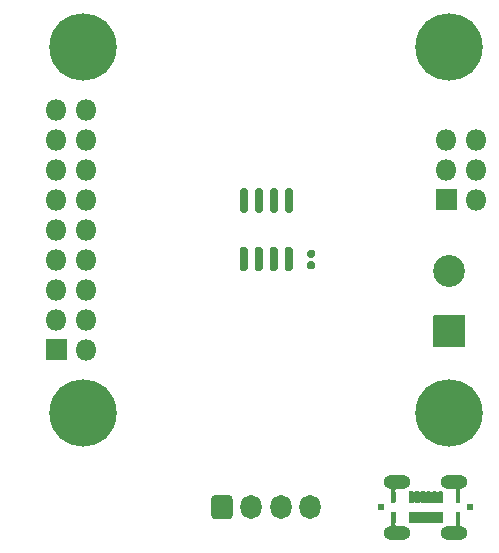
<source format=gbr>
G04 #@! TF.GenerationSoftware,KiCad,Pcbnew,6.0.5-a6ca702e91~116~ubuntu22.04.1*
G04 #@! TF.CreationDate,2022-05-26T01:26:51+02:00*
G04 #@! TF.ProjectId,driver-board,64726976-6572-42d6-926f-6172642e6b69,abc5fc4*
G04 #@! TF.SameCoordinates,Original*
G04 #@! TF.FileFunction,Soldermask,Bot*
G04 #@! TF.FilePolarity,Negative*
%FSLAX46Y46*%
G04 Gerber Fmt 4.6, Leading zero omitted, Abs format (unit mm)*
G04 Created by KiCad (PCBNEW 6.0.5-a6ca702e91~116~ubuntu22.04.1) date 2022-05-26 01:26:51*
%MOMM*%
%LPD*%
G01*
G04 APERTURE LIST*
%ADD10C,5.702000*%
%ADD11O,1.802000X1.802000*%
%ADD12O,1.802000X2.052000*%
%ADD13C,2.702000*%
%ADD14C,0.622000*%
%ADD15O,2.302000X1.202000*%
G04 APERTURE END LIST*
D10*
X34500000Y-65500000D03*
X65500000Y-34500000D03*
X65500000Y-65500000D03*
X34500000Y-34500000D03*
G36*
G01*
X33121000Y-59310000D02*
X33121000Y-61010000D01*
G75*
G02*
X33070000Y-61061000I-51000J0D01*
G01*
X31370000Y-61061000D01*
G75*
G02*
X31319000Y-61010000I0J51000D01*
G01*
X31319000Y-59310000D01*
G75*
G02*
X31370000Y-59259000I51000J0D01*
G01*
X33070000Y-59259000D01*
G75*
G02*
X33121000Y-59310000I0J-51000D01*
G01*
G37*
D11*
X34760000Y-60160000D03*
X32220000Y-57620000D03*
X34760000Y-57620000D03*
X32220000Y-55080000D03*
X34760000Y-55080000D03*
X32220000Y-52540000D03*
X34760000Y-52540000D03*
X32220000Y-50000000D03*
X34760000Y-50000000D03*
X32220000Y-47460000D03*
X34760000Y-47460000D03*
X32220000Y-44920000D03*
X34760000Y-44920000D03*
X32220000Y-42380000D03*
X34760000Y-42380000D03*
X32220000Y-39840000D03*
X34760000Y-39840000D03*
G36*
G01*
X45349000Y-74225000D02*
X45349000Y-72775000D01*
G75*
G02*
X45650000Y-72474000I301000J0D01*
G01*
X46850000Y-72474000D01*
G75*
G02*
X47151000Y-72775000I0J-301000D01*
G01*
X47151000Y-74225000D01*
G75*
G02*
X46850000Y-74526000I-301000J0D01*
G01*
X45650000Y-74526000D01*
G75*
G02*
X45349000Y-74225000I0J301000D01*
G01*
G37*
D12*
X48750000Y-73500000D03*
X51250000Y-73500000D03*
X53750000Y-73500000D03*
G36*
G01*
X66800000Y-59951000D02*
X64200000Y-59951000D01*
G75*
G02*
X64149000Y-59900000I0J51000D01*
G01*
X64149000Y-57300000D01*
G75*
G02*
X64200000Y-57249000I51000J0D01*
G01*
X66800000Y-57249000D01*
G75*
G02*
X66851000Y-57300000I0J-51000D01*
G01*
X66851000Y-59900000D01*
G75*
G02*
X66800000Y-59951000I-51000J0D01*
G01*
G37*
D13*
X65500000Y-53520000D03*
G36*
G01*
X66141000Y-46610000D02*
X66141000Y-48310000D01*
G75*
G02*
X66090000Y-48361000I-51000J0D01*
G01*
X64390000Y-48361000D01*
G75*
G02*
X64339000Y-48310000I0J51000D01*
G01*
X64339000Y-46610000D01*
G75*
G02*
X64390000Y-46559000I51000J0D01*
G01*
X66090000Y-46559000D01*
G75*
G02*
X66141000Y-46610000I0J-51000D01*
G01*
G37*
D11*
X67780000Y-47460000D03*
X65240000Y-44920000D03*
X67780000Y-44920000D03*
X65240000Y-42380000D03*
X67780000Y-42380000D03*
G36*
G01*
X53630000Y-51709000D02*
X53970000Y-51709000D01*
G75*
G02*
X54161000Y-51900000I0J-191000D01*
G01*
X54161000Y-52180000D01*
G75*
G02*
X53970000Y-52371000I-191000J0D01*
G01*
X53630000Y-52371000D01*
G75*
G02*
X53439000Y-52180000I0J191000D01*
G01*
X53439000Y-51900000D01*
G75*
G02*
X53630000Y-51709000I191000J0D01*
G01*
G37*
G36*
G01*
X53630000Y-52669000D02*
X53970000Y-52669000D01*
G75*
G02*
X54161000Y-52860000I0J-191000D01*
G01*
X54161000Y-53140000D01*
G75*
G02*
X53970000Y-53331000I-191000J0D01*
G01*
X53630000Y-53331000D01*
G75*
G02*
X53439000Y-53140000I0J191000D01*
G01*
X53439000Y-52860000D01*
G75*
G02*
X53630000Y-52669000I191000J0D01*
G01*
G37*
G36*
G01*
X52055000Y-53501000D02*
X51755000Y-53501000D01*
G75*
G02*
X51554000Y-53300000I0J201000D01*
G01*
X51554000Y-51650000D01*
G75*
G02*
X51755000Y-51449000I201000J0D01*
G01*
X52055000Y-51449000D01*
G75*
G02*
X52256000Y-51650000I0J-201000D01*
G01*
X52256000Y-53300000D01*
G75*
G02*
X52055000Y-53501000I-201000J0D01*
G01*
G37*
G36*
G01*
X50785000Y-53501000D02*
X50485000Y-53501000D01*
G75*
G02*
X50284000Y-53300000I0J201000D01*
G01*
X50284000Y-51650000D01*
G75*
G02*
X50485000Y-51449000I201000J0D01*
G01*
X50785000Y-51449000D01*
G75*
G02*
X50986000Y-51650000I0J-201000D01*
G01*
X50986000Y-53300000D01*
G75*
G02*
X50785000Y-53501000I-201000J0D01*
G01*
G37*
G36*
G01*
X49515000Y-53501000D02*
X49215000Y-53501000D01*
G75*
G02*
X49014000Y-53300000I0J201000D01*
G01*
X49014000Y-51650000D01*
G75*
G02*
X49215000Y-51449000I201000J0D01*
G01*
X49515000Y-51449000D01*
G75*
G02*
X49716000Y-51650000I0J-201000D01*
G01*
X49716000Y-53300000D01*
G75*
G02*
X49515000Y-53501000I-201000J0D01*
G01*
G37*
G36*
G01*
X48245000Y-53501000D02*
X47945000Y-53501000D01*
G75*
G02*
X47744000Y-53300000I0J201000D01*
G01*
X47744000Y-51650000D01*
G75*
G02*
X47945000Y-51449000I201000J0D01*
G01*
X48245000Y-51449000D01*
G75*
G02*
X48446000Y-51650000I0J-201000D01*
G01*
X48446000Y-53300000D01*
G75*
G02*
X48245000Y-53501000I-201000J0D01*
G01*
G37*
G36*
G01*
X48245000Y-48551000D02*
X47945000Y-48551000D01*
G75*
G02*
X47744000Y-48350000I0J201000D01*
G01*
X47744000Y-46700000D01*
G75*
G02*
X47945000Y-46499000I201000J0D01*
G01*
X48245000Y-46499000D01*
G75*
G02*
X48446000Y-46700000I0J-201000D01*
G01*
X48446000Y-48350000D01*
G75*
G02*
X48245000Y-48551000I-201000J0D01*
G01*
G37*
G36*
G01*
X49515000Y-48551000D02*
X49215000Y-48551000D01*
G75*
G02*
X49014000Y-48350000I0J201000D01*
G01*
X49014000Y-46700000D01*
G75*
G02*
X49215000Y-46499000I201000J0D01*
G01*
X49515000Y-46499000D01*
G75*
G02*
X49716000Y-46700000I0J-201000D01*
G01*
X49716000Y-48350000D01*
G75*
G02*
X49515000Y-48551000I-201000J0D01*
G01*
G37*
G36*
G01*
X50785000Y-48551000D02*
X50485000Y-48551000D01*
G75*
G02*
X50284000Y-48350000I0J201000D01*
G01*
X50284000Y-46700000D01*
G75*
G02*
X50485000Y-46499000I201000J0D01*
G01*
X50785000Y-46499000D01*
G75*
G02*
X50986000Y-46700000I0J-201000D01*
G01*
X50986000Y-48350000D01*
G75*
G02*
X50785000Y-48551000I-201000J0D01*
G01*
G37*
G36*
G01*
X52055000Y-48551000D02*
X51755000Y-48551000D01*
G75*
G02*
X51554000Y-48350000I0J201000D01*
G01*
X51554000Y-46700000D01*
G75*
G02*
X51755000Y-46499000I201000J0D01*
G01*
X52055000Y-46499000D01*
G75*
G02*
X52256000Y-46700000I0J-201000D01*
G01*
X52256000Y-48350000D01*
G75*
G02*
X52055000Y-48551000I-201000J0D01*
G01*
G37*
D14*
X67250000Y-73500000D03*
X59750000Y-73500000D03*
G36*
G01*
X66451000Y-72200000D02*
X66451000Y-73070000D01*
G75*
G02*
X66400000Y-73121000I-51000J0D01*
G01*
X66100000Y-73121000D01*
G75*
G02*
X66049000Y-73070000I0J51000D01*
G01*
X66049000Y-72200000D01*
G75*
G02*
X66100000Y-72149000I51000J0D01*
G01*
X66400000Y-72149000D01*
G75*
G02*
X66451000Y-72200000I0J-51000D01*
G01*
G37*
G36*
G01*
X64951000Y-72200000D02*
X64951000Y-73070000D01*
G75*
G02*
X64900000Y-73121000I-51000J0D01*
G01*
X64600000Y-73121000D01*
G75*
G02*
X64549000Y-73070000I0J51000D01*
G01*
X64549000Y-72200000D01*
G75*
G02*
X64600000Y-72149000I51000J0D01*
G01*
X64900000Y-72149000D01*
G75*
G02*
X64951000Y-72200000I0J-51000D01*
G01*
G37*
G36*
G01*
X64451000Y-72200000D02*
X64451000Y-73070000D01*
G75*
G02*
X64400000Y-73121000I-51000J0D01*
G01*
X64100000Y-73121000D01*
G75*
G02*
X64049000Y-73070000I0J51000D01*
G01*
X64049000Y-72200000D01*
G75*
G02*
X64100000Y-72149000I51000J0D01*
G01*
X64400000Y-72149000D01*
G75*
G02*
X64451000Y-72200000I0J-51000D01*
G01*
G37*
G36*
G01*
X63951000Y-72200000D02*
X63951000Y-73070000D01*
G75*
G02*
X63900000Y-73121000I-51000J0D01*
G01*
X63600000Y-73121000D01*
G75*
G02*
X63549000Y-73070000I0J51000D01*
G01*
X63549000Y-72200000D01*
G75*
G02*
X63600000Y-72149000I51000J0D01*
G01*
X63900000Y-72149000D01*
G75*
G02*
X63951000Y-72200000I0J-51000D01*
G01*
G37*
G36*
G01*
X63451000Y-72200000D02*
X63451000Y-73070000D01*
G75*
G02*
X63400000Y-73121000I-51000J0D01*
G01*
X63100000Y-73121000D01*
G75*
G02*
X63049000Y-73070000I0J51000D01*
G01*
X63049000Y-72200000D01*
G75*
G02*
X63100000Y-72149000I51000J0D01*
G01*
X63400000Y-72149000D01*
G75*
G02*
X63451000Y-72200000I0J-51000D01*
G01*
G37*
G36*
G01*
X62951000Y-72200000D02*
X62951000Y-73070000D01*
G75*
G02*
X62900000Y-73121000I-51000J0D01*
G01*
X62600000Y-73121000D01*
G75*
G02*
X62549000Y-73070000I0J51000D01*
G01*
X62549000Y-72200000D01*
G75*
G02*
X62600000Y-72149000I51000J0D01*
G01*
X62900000Y-72149000D01*
G75*
G02*
X62951000Y-72200000I0J-51000D01*
G01*
G37*
G36*
G01*
X62451000Y-72200000D02*
X62451000Y-73070000D01*
G75*
G02*
X62400000Y-73121000I-51000J0D01*
G01*
X62100000Y-73121000D01*
G75*
G02*
X62049000Y-73070000I0J51000D01*
G01*
X62049000Y-72200000D01*
G75*
G02*
X62100000Y-72149000I51000J0D01*
G01*
X62400000Y-72149000D01*
G75*
G02*
X62451000Y-72200000I0J-51000D01*
G01*
G37*
G36*
G01*
X60951000Y-72200000D02*
X60951000Y-73070000D01*
G75*
G02*
X60900000Y-73121000I-51000J0D01*
G01*
X60600000Y-73121000D01*
G75*
G02*
X60549000Y-73070000I0J51000D01*
G01*
X60549000Y-72200000D01*
G75*
G02*
X60600000Y-72149000I51000J0D01*
G01*
X60900000Y-72149000D01*
G75*
G02*
X60951000Y-72200000I0J-51000D01*
G01*
G37*
G36*
G01*
X60951000Y-73930000D02*
X60951000Y-74800000D01*
G75*
G02*
X60900000Y-74851000I-51000J0D01*
G01*
X60600000Y-74851000D01*
G75*
G02*
X60549000Y-74800000I0J51000D01*
G01*
X60549000Y-73930000D01*
G75*
G02*
X60600000Y-73879000I51000J0D01*
G01*
X60900000Y-73879000D01*
G75*
G02*
X60951000Y-73930000I0J-51000D01*
G01*
G37*
G36*
G01*
X62451000Y-73930000D02*
X62451000Y-74800000D01*
G75*
G02*
X62400000Y-74851000I-51000J0D01*
G01*
X62100000Y-74851000D01*
G75*
G02*
X62049000Y-74800000I0J51000D01*
G01*
X62049000Y-73930000D01*
G75*
G02*
X62100000Y-73879000I51000J0D01*
G01*
X62400000Y-73879000D01*
G75*
G02*
X62451000Y-73930000I0J-51000D01*
G01*
G37*
G36*
G01*
X62951000Y-73930000D02*
X62951000Y-74800000D01*
G75*
G02*
X62900000Y-74851000I-51000J0D01*
G01*
X62600000Y-74851000D01*
G75*
G02*
X62549000Y-74800000I0J51000D01*
G01*
X62549000Y-73930000D01*
G75*
G02*
X62600000Y-73879000I51000J0D01*
G01*
X62900000Y-73879000D01*
G75*
G02*
X62951000Y-73930000I0J-51000D01*
G01*
G37*
G36*
G01*
X63451000Y-73930000D02*
X63451000Y-74800000D01*
G75*
G02*
X63400000Y-74851000I-51000J0D01*
G01*
X63100000Y-74851000D01*
G75*
G02*
X63049000Y-74800000I0J51000D01*
G01*
X63049000Y-73930000D01*
G75*
G02*
X63100000Y-73879000I51000J0D01*
G01*
X63400000Y-73879000D01*
G75*
G02*
X63451000Y-73930000I0J-51000D01*
G01*
G37*
G36*
G01*
X63951000Y-73930000D02*
X63951000Y-74800000D01*
G75*
G02*
X63900000Y-74851000I-51000J0D01*
G01*
X63600000Y-74851000D01*
G75*
G02*
X63549000Y-74800000I0J51000D01*
G01*
X63549000Y-73930000D01*
G75*
G02*
X63600000Y-73879000I51000J0D01*
G01*
X63900000Y-73879000D01*
G75*
G02*
X63951000Y-73930000I0J-51000D01*
G01*
G37*
G36*
G01*
X64451000Y-73930000D02*
X64451000Y-74800000D01*
G75*
G02*
X64400000Y-74851000I-51000J0D01*
G01*
X64100000Y-74851000D01*
G75*
G02*
X64049000Y-74800000I0J51000D01*
G01*
X64049000Y-73930000D01*
G75*
G02*
X64100000Y-73879000I51000J0D01*
G01*
X64400000Y-73879000D01*
G75*
G02*
X64451000Y-73930000I0J-51000D01*
G01*
G37*
G36*
G01*
X64951000Y-73930000D02*
X64951000Y-74800000D01*
G75*
G02*
X64900000Y-74851000I-51000J0D01*
G01*
X64600000Y-74851000D01*
G75*
G02*
X64549000Y-74800000I0J51000D01*
G01*
X64549000Y-73930000D01*
G75*
G02*
X64600000Y-73879000I51000J0D01*
G01*
X64900000Y-73879000D01*
G75*
G02*
X64951000Y-73930000I0J-51000D01*
G01*
G37*
G36*
G01*
X66451000Y-73930000D02*
X66451000Y-74800000D01*
G75*
G02*
X66400000Y-74851000I-51000J0D01*
G01*
X66100000Y-74851000D01*
G75*
G02*
X66049000Y-74800000I0J51000D01*
G01*
X66049000Y-73930000D01*
G75*
G02*
X66100000Y-73879000I51000J0D01*
G01*
X66400000Y-73879000D01*
G75*
G02*
X66451000Y-73930000I0J-51000D01*
G01*
G37*
D15*
X65900000Y-71350000D03*
X65900000Y-75650000D03*
X61100000Y-71350000D03*
X61100000Y-75650000D03*
G36*
X66070267Y-74837886D02*
G01*
X66081262Y-74845233D01*
X66100199Y-74849000D01*
X66399801Y-74849000D01*
X66418738Y-74845233D01*
X66429733Y-74837886D01*
X66431729Y-74837755D01*
X66432840Y-74839418D01*
X66432507Y-74840660D01*
X66423291Y-74854452D01*
X66423645Y-74854689D01*
X66424530Y-74856483D01*
X66424069Y-74857635D01*
X66406041Y-74879206D01*
X66397407Y-74947921D01*
X66427295Y-75010398D01*
X66486383Y-75046901D01*
X66511226Y-75051035D01*
X66520983Y-75051640D01*
X66521334Y-75051693D01*
X66562849Y-75061852D01*
X66564294Y-75063235D01*
X66563819Y-75065178D01*
X66562113Y-75065778D01*
X66449868Y-75051000D01*
X65975250Y-75051000D01*
X65973518Y-75050000D01*
X65973518Y-75048000D01*
X65974687Y-75047081D01*
X66041702Y-75027404D01*
X66087057Y-74975061D01*
X66096923Y-74906442D01*
X66077394Y-74855478D01*
X66067493Y-74840660D01*
X66067362Y-74838664D01*
X66069025Y-74837553D01*
X66070267Y-74837886D01*
G37*
G36*
X60932840Y-74839418D02*
G01*
X60932507Y-74840660D01*
X60922641Y-74855426D01*
X60901855Y-74921807D01*
X60920178Y-74988597D01*
X60971752Y-75034924D01*
X61025193Y-75047050D01*
X61026660Y-75048408D01*
X61026218Y-75050358D01*
X61024750Y-75051000D01*
X60550132Y-75051000D01*
X60501119Y-75057453D01*
X60499271Y-75056688D01*
X60499010Y-75054705D01*
X60500076Y-75053629D01*
X60564018Y-75026469D01*
X60603006Y-74969227D01*
X60604857Y-74899994D01*
X60569862Y-74842200D01*
X60569820Y-74840200D01*
X60571531Y-74839164D01*
X60572684Y-74839501D01*
X60581262Y-74845233D01*
X60600199Y-74849000D01*
X60899801Y-74849000D01*
X60918738Y-74845233D01*
X60929733Y-74837886D01*
X60931729Y-74837755D01*
X60932840Y-74839418D01*
G37*
G36*
X64064633Y-73893517D02*
G01*
X64065197Y-73895436D01*
X64064916Y-73896075D01*
X64054767Y-73911263D01*
X64051000Y-73930199D01*
X64051000Y-74799801D01*
X64054767Y-74818738D01*
X64064814Y-74833773D01*
X64064945Y-74835768D01*
X64063282Y-74836880D01*
X64062553Y-74836793D01*
X64002212Y-74817898D01*
X63937310Y-74836955D01*
X63935367Y-74836483D01*
X63934803Y-74834564D01*
X63935084Y-74833925D01*
X63945233Y-74818737D01*
X63949000Y-74799801D01*
X63949000Y-73930199D01*
X63945233Y-73911262D01*
X63935186Y-73896227D01*
X63935055Y-73894232D01*
X63936718Y-73893120D01*
X63937447Y-73893207D01*
X63997788Y-73912102D01*
X64062690Y-73893045D01*
X64064633Y-73893517D01*
G37*
G36*
X64564633Y-73893517D02*
G01*
X64565197Y-73895436D01*
X64564916Y-73896075D01*
X64554767Y-73911263D01*
X64551000Y-73930199D01*
X64551000Y-74799801D01*
X64554767Y-74818738D01*
X64564814Y-74833773D01*
X64564945Y-74835768D01*
X64563282Y-74836880D01*
X64562553Y-74836793D01*
X64502212Y-74817898D01*
X64437310Y-74836955D01*
X64435367Y-74836483D01*
X64434803Y-74834564D01*
X64435084Y-74833925D01*
X64445233Y-74818737D01*
X64449000Y-74799801D01*
X64449000Y-73930199D01*
X64445233Y-73911262D01*
X64435186Y-73896227D01*
X64435055Y-73894232D01*
X64436718Y-73893120D01*
X64437447Y-73893207D01*
X64497788Y-73912102D01*
X64562690Y-73893045D01*
X64564633Y-73893517D01*
G37*
G36*
X63564633Y-73893517D02*
G01*
X63565197Y-73895436D01*
X63564916Y-73896075D01*
X63554767Y-73911263D01*
X63551000Y-73930199D01*
X63551000Y-74799801D01*
X63554767Y-74818738D01*
X63564814Y-74833773D01*
X63564945Y-74835768D01*
X63563282Y-74836880D01*
X63562553Y-74836793D01*
X63502212Y-74817898D01*
X63437310Y-74836955D01*
X63435367Y-74836483D01*
X63434803Y-74834564D01*
X63435084Y-74833925D01*
X63445233Y-74818737D01*
X63449000Y-74799801D01*
X63449000Y-73930199D01*
X63445233Y-73911262D01*
X63435186Y-73896227D01*
X63435055Y-73894232D01*
X63436718Y-73893120D01*
X63437447Y-73893207D01*
X63497788Y-73912102D01*
X63562690Y-73893045D01*
X63564633Y-73893517D01*
G37*
G36*
X63064633Y-73893517D02*
G01*
X63065197Y-73895436D01*
X63064916Y-73896075D01*
X63054767Y-73911263D01*
X63051000Y-73930199D01*
X63051000Y-74799801D01*
X63054767Y-74818738D01*
X63064814Y-74833773D01*
X63064945Y-74835768D01*
X63063282Y-74836880D01*
X63062553Y-74836793D01*
X63002212Y-74817898D01*
X62937310Y-74836955D01*
X62935367Y-74836483D01*
X62934803Y-74834564D01*
X62935084Y-74833925D01*
X62945233Y-74818737D01*
X62949000Y-74799801D01*
X62949000Y-73930199D01*
X62945233Y-73911262D01*
X62935186Y-73896227D01*
X62935055Y-73894232D01*
X62936718Y-73893120D01*
X62937447Y-73893207D01*
X62997788Y-73912102D01*
X63062690Y-73893045D01*
X63064633Y-73893517D01*
G37*
G36*
X62564633Y-73893517D02*
G01*
X62565197Y-73895436D01*
X62564916Y-73896075D01*
X62554767Y-73911263D01*
X62551000Y-73930199D01*
X62551000Y-74799801D01*
X62554767Y-74818738D01*
X62564814Y-74833773D01*
X62564945Y-74835768D01*
X62563282Y-74836880D01*
X62562553Y-74836793D01*
X62502212Y-74817898D01*
X62437310Y-74836955D01*
X62435367Y-74836483D01*
X62434803Y-74834564D01*
X62435084Y-74833925D01*
X62445233Y-74818737D01*
X62449000Y-74799801D01*
X62449000Y-73930199D01*
X62445233Y-73911262D01*
X62435186Y-73896227D01*
X62435055Y-73894232D01*
X62436718Y-73893120D01*
X62437447Y-73893207D01*
X62497788Y-73912102D01*
X62562690Y-73893045D01*
X62564633Y-73893517D01*
G37*
G36*
X63564633Y-72163517D02*
G01*
X63565197Y-72165436D01*
X63564916Y-72166075D01*
X63554767Y-72181263D01*
X63551000Y-72200199D01*
X63551000Y-73069801D01*
X63554767Y-73088738D01*
X63564814Y-73103773D01*
X63564945Y-73105768D01*
X63563282Y-73106880D01*
X63562553Y-73106793D01*
X63502212Y-73087898D01*
X63437310Y-73106955D01*
X63435367Y-73106483D01*
X63434803Y-73104564D01*
X63435084Y-73103925D01*
X63445233Y-73088737D01*
X63449000Y-73069801D01*
X63449000Y-72200199D01*
X63445233Y-72181262D01*
X63435186Y-72166227D01*
X63435055Y-72164232D01*
X63436718Y-72163120D01*
X63437447Y-72163207D01*
X63497788Y-72182102D01*
X63562690Y-72163045D01*
X63564633Y-72163517D01*
G37*
G36*
X64564633Y-72163517D02*
G01*
X64565197Y-72165436D01*
X64564916Y-72166075D01*
X64554767Y-72181263D01*
X64551000Y-72200199D01*
X64551000Y-73069801D01*
X64554767Y-73088738D01*
X64564814Y-73103773D01*
X64564945Y-73105768D01*
X64563282Y-73106880D01*
X64562553Y-73106793D01*
X64502212Y-73087898D01*
X64437310Y-73106955D01*
X64435367Y-73106483D01*
X64434803Y-73104564D01*
X64435084Y-73103925D01*
X64445233Y-73088737D01*
X64449000Y-73069801D01*
X64449000Y-72200199D01*
X64445233Y-72181262D01*
X64435186Y-72166227D01*
X64435055Y-72164232D01*
X64436718Y-72163120D01*
X64437447Y-72163207D01*
X64497788Y-72182102D01*
X64562690Y-72163045D01*
X64564633Y-72163517D01*
G37*
G36*
X63064633Y-72163517D02*
G01*
X63065197Y-72165436D01*
X63064916Y-72166075D01*
X63054767Y-72181263D01*
X63051000Y-72200199D01*
X63051000Y-73069801D01*
X63054767Y-73088738D01*
X63064814Y-73103773D01*
X63064945Y-73105768D01*
X63063282Y-73106880D01*
X63062553Y-73106793D01*
X63002212Y-73087898D01*
X62937310Y-73106955D01*
X62935367Y-73106483D01*
X62934803Y-73104564D01*
X62935084Y-73103925D01*
X62945233Y-73088737D01*
X62949000Y-73069801D01*
X62949000Y-72200199D01*
X62945233Y-72181262D01*
X62935186Y-72166227D01*
X62935055Y-72164232D01*
X62936718Y-72163120D01*
X62937447Y-72163207D01*
X62997788Y-72182102D01*
X63062690Y-72163045D01*
X63064633Y-72163517D01*
G37*
G36*
X62564633Y-72163517D02*
G01*
X62565197Y-72165436D01*
X62564916Y-72166075D01*
X62554767Y-72181263D01*
X62551000Y-72200199D01*
X62551000Y-73069801D01*
X62554767Y-73088738D01*
X62564814Y-73103773D01*
X62564945Y-73105768D01*
X62563282Y-73106880D01*
X62562553Y-73106793D01*
X62502212Y-73087898D01*
X62437310Y-73106955D01*
X62435367Y-73106483D01*
X62434803Y-73104564D01*
X62435084Y-73103925D01*
X62445233Y-73088737D01*
X62449000Y-73069801D01*
X62449000Y-72200199D01*
X62445233Y-72181262D01*
X62435186Y-72166227D01*
X62435055Y-72164232D01*
X62436718Y-72163120D01*
X62437447Y-72163207D01*
X62497788Y-72182102D01*
X62562690Y-72163045D01*
X62564633Y-72163517D01*
G37*
G36*
X64064633Y-72163517D02*
G01*
X64065197Y-72165436D01*
X64064916Y-72166075D01*
X64054767Y-72181263D01*
X64051000Y-72200199D01*
X64051000Y-73069801D01*
X64054767Y-73088738D01*
X64064814Y-73103773D01*
X64064945Y-73105768D01*
X64063282Y-73106880D01*
X64062553Y-73106793D01*
X64002212Y-73087898D01*
X63937310Y-73106955D01*
X63935367Y-73106483D01*
X63934803Y-73104564D01*
X63935084Y-73103925D01*
X63945233Y-73088737D01*
X63949000Y-73069801D01*
X63949000Y-72200199D01*
X63945233Y-72181262D01*
X63935186Y-72166227D01*
X63935055Y-72164232D01*
X63936718Y-72163120D01*
X63937447Y-72163207D01*
X63997788Y-72182102D01*
X64062690Y-72163045D01*
X64064633Y-72163517D01*
G37*
G36*
X60550132Y-71949000D02*
G01*
X61024750Y-71949000D01*
X61026482Y-71950000D01*
X61026482Y-71952000D01*
X61025313Y-71952919D01*
X60958298Y-71972596D01*
X60912943Y-72024939D01*
X60903077Y-72093558D01*
X60922606Y-72144522D01*
X60932507Y-72159340D01*
X60932638Y-72161336D01*
X60930975Y-72162447D01*
X60929733Y-72162114D01*
X60918738Y-72154767D01*
X60899801Y-72151000D01*
X60600199Y-72151000D01*
X60581262Y-72154767D01*
X60570267Y-72162114D01*
X60568271Y-72162245D01*
X60567160Y-72160582D01*
X60567493Y-72159340D01*
X60576709Y-72145548D01*
X60576355Y-72145311D01*
X60575470Y-72143517D01*
X60575931Y-72142365D01*
X60593959Y-72120794D01*
X60602593Y-72052079D01*
X60572705Y-71989602D01*
X60513617Y-71953099D01*
X60488774Y-71948965D01*
X60479017Y-71948360D01*
X60478666Y-71948307D01*
X60437151Y-71938148D01*
X60435706Y-71936765D01*
X60436181Y-71934822D01*
X60437887Y-71934222D01*
X60550132Y-71949000D01*
G37*
G36*
X66500729Y-71943312D02*
G01*
X66500990Y-71945295D01*
X66499924Y-71946371D01*
X66435982Y-71973531D01*
X66396994Y-72030773D01*
X66395143Y-72100006D01*
X66430138Y-72157800D01*
X66430180Y-72159800D01*
X66428469Y-72160836D01*
X66427316Y-72160499D01*
X66418738Y-72154767D01*
X66399801Y-72151000D01*
X66100199Y-72151000D01*
X66081262Y-72154767D01*
X66070267Y-72162114D01*
X66068271Y-72162245D01*
X66067160Y-72160582D01*
X66067493Y-72159340D01*
X66077359Y-72144574D01*
X66098145Y-72078193D01*
X66079822Y-72011403D01*
X66028248Y-71965076D01*
X65974807Y-71952950D01*
X65973340Y-71951592D01*
X65973782Y-71949642D01*
X65975250Y-71949000D01*
X66449868Y-71949000D01*
X66498881Y-71942547D01*
X66500729Y-71943312D01*
G37*
M02*

</source>
